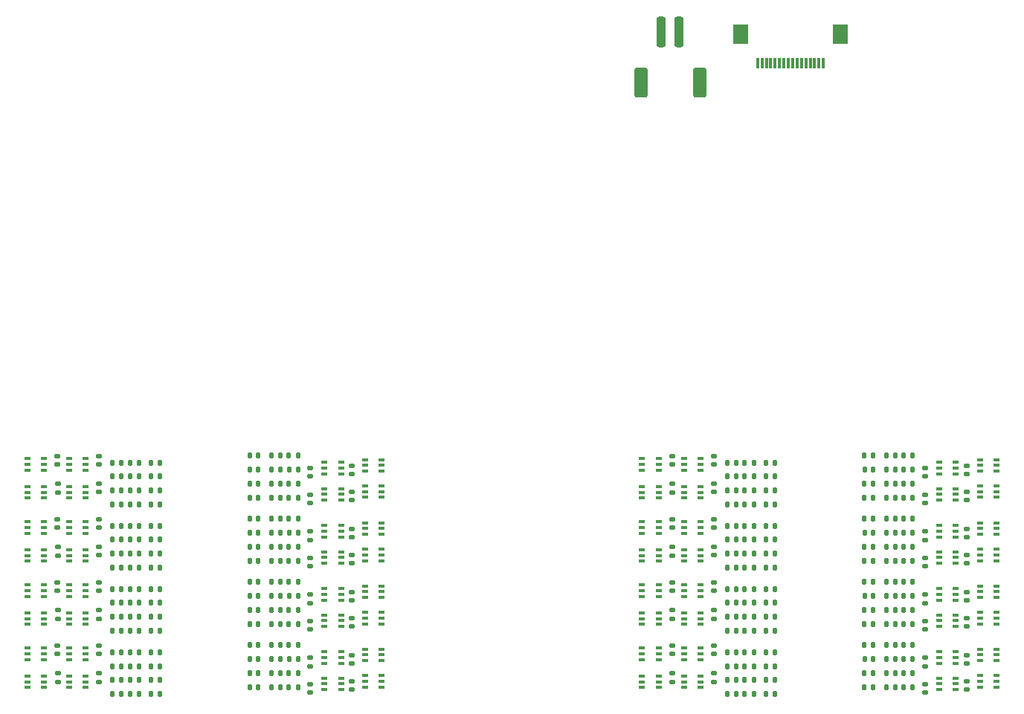
<source format=gbr>
%TF.GenerationSoftware,KiCad,Pcbnew,9.0.0*%
%TF.CreationDate,2025-03-21T15:34:49-04:00*%
%TF.ProjectId,ephys-test-board,65706879-732d-4746-9573-742d626f6172,C*%
%TF.SameCoordinates,Original*%
%TF.FileFunction,Paste,Bot*%
%TF.FilePolarity,Positive*%
%FSLAX46Y46*%
G04 Gerber Fmt 4.6, Leading zero omitted, Abs format (unit mm)*
G04 Created by KiCad (PCBNEW 9.0.0) date 2025-03-21 15:34:49*
%MOMM*%
%LPD*%
G01*
G04 APERTURE LIST*
G04 Aperture macros list*
%AMRoundRect*
0 Rectangle with rounded corners*
0 $1 Rounding radius*
0 $2 $3 $4 $5 $6 $7 $8 $9 X,Y pos of 4 corners*
0 Add a 4 corners polygon primitive as box body*
4,1,4,$2,$3,$4,$5,$6,$7,$8,$9,$2,$3,0*
0 Add four circle primitives for the rounded corners*
1,1,$1+$1,$2,$3*
1,1,$1+$1,$4,$5*
1,1,$1+$1,$6,$7*
1,1,$1+$1,$8,$9*
0 Add four rect primitives between the rounded corners*
20,1,$1+$1,$2,$3,$4,$5,0*
20,1,$1+$1,$4,$5,$6,$7,0*
20,1,$1+$1,$6,$7,$8,$9,0*
20,1,$1+$1,$8,$9,$2,$3,0*%
G04 Aperture macros list end*
%ADD10RoundRect,0.100000X0.225000X0.100000X-0.225000X0.100000X-0.225000X-0.100000X0.225000X-0.100000X0*%
%ADD11RoundRect,0.135000X-0.135000X-0.185000X0.135000X-0.185000X0.135000X0.185000X-0.135000X0.185000X0*%
%ADD12RoundRect,0.140000X-0.170000X0.140000X-0.170000X-0.140000X0.170000X-0.140000X0.170000X0.140000X0*%
%ADD13RoundRect,0.135000X0.135000X0.185000X-0.135000X0.185000X-0.135000X-0.185000X0.135000X-0.185000X0*%
%ADD14RoundRect,0.100000X-0.225000X-0.100000X0.225000X-0.100000X0.225000X0.100000X-0.225000X0.100000X0*%
%ADD15RoundRect,0.140000X0.140000X0.170000X-0.140000X0.170000X-0.140000X-0.170000X0.140000X-0.170000X0*%
%ADD16RoundRect,0.140000X-0.140000X-0.170000X0.140000X-0.170000X0.140000X0.170000X-0.140000X0.170000X0*%
%ADD17RoundRect,0.140000X0.170000X-0.140000X0.170000X0.140000X-0.170000X0.140000X-0.170000X-0.140000X0*%
%ADD18R,0.300000X1.300000*%
%ADD19R,1.800000X2.200000*%
%ADD20RoundRect,0.250000X0.250000X1.500000X-0.250000X1.500000X-0.250000X-1.500000X0.250000X-1.500000X0*%
%ADD21RoundRect,0.250001X0.499999X1.449999X-0.499999X1.449999X-0.499999X-1.449999X0.499999X-1.449999X0*%
G04 APERTURE END LIST*
D10*
%TO.C,U140*%
X250525000Y-139375000D03*
X250525000Y-140025000D03*
X250525000Y-140675000D03*
X248625000Y-140675000D03*
X248625000Y-140025000D03*
X248625000Y-139375000D03*
%TD*%
D11*
%TO.C,R63*%
X156490000Y-142600000D03*
X157510000Y-142600000D03*
%TD*%
%TO.C,R185*%
X226490000Y-141000000D03*
X227510000Y-141000000D03*
%TD*%
D12*
%TO.C,C251*%
X251725000Y-128345000D03*
X251725000Y-129305000D03*
%TD*%
D11*
%TO.C,R157*%
X224490000Y-126600000D03*
X225510000Y-126600000D03*
%TD*%
D13*
%TO.C,R74*%
X175610000Y-117000000D03*
X174590000Y-117000000D03*
%TD*%
%TO.C,R234*%
X245610000Y-131425000D03*
X244590000Y-131425000D03*
%TD*%
D14*
%TO.C,U28*%
X144800000Y-136250000D03*
X144800000Y-135600000D03*
X144800000Y-134950000D03*
X146700000Y-134950000D03*
X146700000Y-135600000D03*
X146700000Y-136250000D03*
%TD*%
D15*
%TO.C,C44*%
X159880000Y-129800000D03*
X158920000Y-129800000D03*
%TD*%
D13*
%TO.C,R232*%
X243610000Y-133000000D03*
X242590000Y-133000000D03*
%TD*%
D12*
%TO.C,C115*%
X181725000Y-128345000D03*
X181725000Y-129305000D03*
%TD*%
D10*
%TO.C,U129*%
X255175000Y-131875000D03*
X255175000Y-132525000D03*
X255175000Y-133175000D03*
X253275000Y-133175000D03*
X253275000Y-132525000D03*
X253275000Y-131875000D03*
%TD*%
D16*
%TO.C,C103*%
X170130000Y-125800000D03*
X171090000Y-125800000D03*
%TD*%
D13*
%TO.C,R112*%
X173610000Y-136200000D03*
X172590000Y-136200000D03*
%TD*%
%TO.C,R244*%
X245610000Y-136225000D03*
X244590000Y-136225000D03*
%TD*%
D17*
%TO.C,C165*%
X223000000Y-121180000D03*
X223000000Y-120220000D03*
%TD*%
D13*
%TO.C,R220*%
X245620000Y-125825000D03*
X244600000Y-125825000D03*
%TD*%
D15*
%TO.C,C25*%
X159880000Y-121000000D03*
X158920000Y-121000000D03*
%TD*%
D12*
%TO.C,C90*%
X181725000Y-118145000D03*
X181725000Y-119105000D03*
%TD*%
D18*
%TO.C,J4*%
X227950000Y-72250000D03*
X228450000Y-72250000D03*
X228950000Y-72250000D03*
X229450000Y-72250000D03*
X229950000Y-72250000D03*
X230450000Y-72250000D03*
X230950000Y-72250000D03*
X231450000Y-72250000D03*
X231950000Y-72250000D03*
X232450000Y-72250000D03*
X232950000Y-72250000D03*
X233450000Y-72250000D03*
X233950000Y-72250000D03*
X234450000Y-72250000D03*
X234950000Y-72250000D03*
X235450000Y-72250000D03*
D19*
X226050000Y-69000000D03*
X237350000Y-69000000D03*
%TD*%
D17*
%TO.C,C174*%
X223000000Y-125200000D03*
X223000000Y-124240000D03*
%TD*%
D14*
%TO.C,U22*%
X149550000Y-133050000D03*
X149550000Y-132400000D03*
X149550000Y-131750000D03*
X151450000Y-131750000D03*
X151450000Y-132400000D03*
X151450000Y-133050000D03*
%TD*%
D13*
%TO.C,R246*%
X243610000Y-138600000D03*
X242590000Y-138600000D03*
%TD*%
D15*
%TO.C,C204*%
X229880000Y-139400000D03*
X228920000Y-139400000D03*
%TD*%
%TO.C,C153*%
X229880000Y-117800000D03*
X228920000Y-117800000D03*
%TD*%
D13*
%TO.C,R104*%
X173610000Y-133000000D03*
X172590000Y-133000000D03*
%TD*%
D14*
%TO.C,U78*%
X214800000Y-118650000D03*
X214800000Y-118000000D03*
X214800000Y-117350000D03*
X216700000Y-117350000D03*
X216700000Y-118000000D03*
X216700000Y-118650000D03*
%TD*%
D11*
%TO.C,R43*%
X154490000Y-132200000D03*
X155510000Y-132200000D03*
%TD*%
%TO.C,R179*%
X224490000Y-135400000D03*
X225510000Y-135400000D03*
%TD*%
D15*
%TO.C,C27*%
X159880000Y-122600000D03*
X158920000Y-122600000D03*
%TD*%
D13*
%TO.C,R108*%
X175620000Y-133000000D03*
X174600000Y-133000000D03*
%TD*%
%TO.C,R200*%
X243610000Y-118600000D03*
X242590000Y-118600000D03*
%TD*%
D11*
%TO.C,R23*%
X156490000Y-125000000D03*
X157510000Y-125000000D03*
%TD*%
D13*
%TO.C,R242*%
X245610000Y-134625000D03*
X244590000Y-134625000D03*
%TD*%
%TO.C,R252*%
X245620000Y-140225000D03*
X244600000Y-140225000D03*
%TD*%
D17*
%TO.C,C157*%
X223000000Y-118000000D03*
X223000000Y-117040000D03*
%TD*%
D14*
%TO.C,U85*%
X219550000Y-125850000D03*
X219550000Y-125200000D03*
X219550000Y-124550000D03*
X221450000Y-124550000D03*
X221450000Y-125200000D03*
X221450000Y-125850000D03*
%TD*%
D15*
%TO.C,C19*%
X159880000Y-119400000D03*
X158920000Y-119400000D03*
%TD*%
%TO.C,C76*%
X159880000Y-142600000D03*
X158920000Y-142600000D03*
%TD*%
D11*
%TO.C,R137*%
X226490000Y-119400000D03*
X227510000Y-119400000D03*
%TD*%
D17*
%TO.C,C21*%
X153000000Y-118000000D03*
X153000000Y-117040000D03*
%TD*%
D16*
%TO.C,C230*%
X240120000Y-121800000D03*
X241080000Y-121800000D03*
%TD*%
D10*
%TO.C,U54*%
X180525000Y-127975000D03*
X180525000Y-128625000D03*
X180525000Y-129275000D03*
X178625000Y-129275000D03*
X178625000Y-128625000D03*
X178625000Y-127975000D03*
%TD*%
D17*
%TO.C,C82*%
X148263500Y-142800000D03*
X148263500Y-141840000D03*
%TD*%
D12*
%TO.C,C113*%
X177025000Y-128645000D03*
X177025000Y-129605000D03*
%TD*%
D13*
%TO.C,R98*%
X175610000Y-127400000D03*
X174590000Y-127400000D03*
%TD*%
%TO.C,R86*%
X173610000Y-124200000D03*
X172590000Y-124200000D03*
%TD*%
D15*
%TO.C,C161*%
X229880000Y-121000000D03*
X228920000Y-121000000D03*
%TD*%
D11*
%TO.C,R67*%
X154490000Y-142600000D03*
X155510000Y-142600000D03*
%TD*%
D10*
%TO.C,U39*%
X185175000Y-117475000D03*
X185175000Y-118125000D03*
X185175000Y-118775000D03*
X183275000Y-118775000D03*
X183275000Y-118125000D03*
X183275000Y-117475000D03*
%TD*%
D13*
%TO.C,R84*%
X175610000Y-121800000D03*
X174590000Y-121800000D03*
%TD*%
D11*
%TO.C,R189*%
X224490000Y-141000000D03*
X225510000Y-141000000D03*
%TD*%
D17*
%TO.C,C57*%
X148250000Y-132400000D03*
X148250000Y-131440000D03*
%TD*%
%TO.C,C29*%
X153000000Y-121180000D03*
X153000000Y-120220000D03*
%TD*%
D15*
%TO.C,C53*%
X159880000Y-133800000D03*
X158920000Y-133800000D03*
%TD*%
D11*
%TO.C,R139*%
X224490000Y-117800000D03*
X225510000Y-117800000D03*
%TD*%
D13*
%TO.C,R102*%
X173610000Y-131400000D03*
X172590000Y-131400000D03*
%TD*%
D12*
%TO.C,C249*%
X247025000Y-128645000D03*
X247025000Y-129605000D03*
%TD*%
D17*
%TO.C,C38*%
X153000000Y-125200000D03*
X153000000Y-124240000D03*
%TD*%
D13*
%TO.C,R124*%
X175620000Y-140200000D03*
X174600000Y-140200000D03*
%TD*%
%TO.C,R236*%
X245620000Y-133025000D03*
X244600000Y-133025000D03*
%TD*%
D12*
%TO.C,C243*%
X251725000Y-125345000D03*
X251725000Y-126305000D03*
%TD*%
D10*
%TO.C,U144*%
X250525000Y-142375000D03*
X250525000Y-143025000D03*
X250525000Y-143675000D03*
X248625000Y-143675000D03*
X248625000Y-143025000D03*
X248625000Y-142375000D03*
%TD*%
D12*
%TO.C,C122*%
X177025000Y-132845000D03*
X177025000Y-133805000D03*
%TD*%
%TO.C,C149*%
X181725000Y-142745000D03*
X181725000Y-143705000D03*
%TD*%
D16*
%TO.C,C279*%
X240120000Y-141800000D03*
X241080000Y-141800000D03*
%TD*%
D13*
%TO.C,R218*%
X245610000Y-124225000D03*
X244590000Y-124225000D03*
%TD*%
D14*
%TO.C,U10*%
X144800000Y-121850000D03*
X144800000Y-121200000D03*
X144800000Y-120550000D03*
X146700000Y-120550000D03*
X146700000Y-121200000D03*
X146700000Y-121850000D03*
%TD*%
D13*
%TO.C,R128*%
X173610000Y-143400000D03*
X172590000Y-143400000D03*
%TD*%
D11*
%TO.C,R45*%
X154490000Y-133800000D03*
X155510000Y-133800000D03*
%TD*%
D17*
%TO.C,C216*%
X223000000Y-142780000D03*
X223000000Y-141820000D03*
%TD*%
D12*
%TO.C,C277*%
X251725000Y-139745000D03*
X251725000Y-140705000D03*
%TD*%
D16*
%TO.C,C145*%
X170120000Y-143400000D03*
X171080000Y-143400000D03*
%TD*%
D15*
%TO.C,C36*%
X159880000Y-126600000D03*
X158920000Y-126600000D03*
%TD*%
D13*
%TO.C,R88*%
X173610000Y-125800000D03*
X172590000Y-125800000D03*
%TD*%
D17*
%TO.C,C72*%
X153000000Y-139600000D03*
X153000000Y-138640000D03*
%TD*%
D15*
%TO.C,C212*%
X229880000Y-142600000D03*
X228920000Y-142600000D03*
%TD*%
D13*
%TO.C,R116*%
X175610000Y-136200000D03*
X174590000Y-136200000D03*
%TD*%
%TO.C,R94*%
X173610000Y-127400000D03*
X172590000Y-127400000D03*
%TD*%
D15*
%TO.C,C155*%
X229880000Y-119400000D03*
X228920000Y-119400000D03*
%TD*%
D12*
%TO.C,C132*%
X181725000Y-135545000D03*
X181725000Y-136505000D03*
%TD*%
D15*
%TO.C,C189*%
X229880000Y-133800000D03*
X228920000Y-133800000D03*
%TD*%
D12*
%TO.C,C266*%
X247025000Y-135845000D03*
X247025000Y-136805000D03*
%TD*%
D10*
%TO.C,U117*%
X250525000Y-120775000D03*
X250525000Y-121425000D03*
X250525000Y-122075000D03*
X248625000Y-122075000D03*
X248625000Y-121425000D03*
X248625000Y-120775000D03*
%TD*%
D17*
%TO.C,C40*%
X148250000Y-125200000D03*
X148250000Y-124240000D03*
%TD*%
D11*
%TO.C,R155*%
X224490000Y-125000000D03*
X225510000Y-125000000D03*
%TD*%
D13*
%TO.C,R216*%
X243610000Y-125800000D03*
X242590000Y-125800000D03*
%TD*%
D10*
%TO.C,U52*%
X185175000Y-127675000D03*
X185175000Y-128325000D03*
X185175000Y-128975000D03*
X183275000Y-128975000D03*
X183275000Y-128325000D03*
X183275000Y-127675000D03*
%TD*%
D11*
%TO.C,R181*%
X224490000Y-137000000D03*
X225510000Y-137000000D03*
%TD*%
D10*
%TO.C,U133*%
X255175000Y-134875000D03*
X255175000Y-135525000D03*
X255175000Y-136175000D03*
X253275000Y-136175000D03*
X253275000Y-135525000D03*
X253275000Y-134875000D03*
%TD*%
D12*
%TO.C,C88*%
X177025000Y-118445000D03*
X177025000Y-119405000D03*
%TD*%
D14*
%TO.C,U76*%
X219550000Y-118650000D03*
X219550000Y-118000000D03*
X219550000Y-117350000D03*
X221450000Y-117350000D03*
X221450000Y-118000000D03*
X221450000Y-118650000D03*
%TD*%
D13*
%TO.C,R250*%
X245610000Y-138625000D03*
X244590000Y-138625000D03*
%TD*%
D10*
%TO.C,U113*%
X250525000Y-117775000D03*
X250525000Y-118425000D03*
X250525000Y-119075000D03*
X248625000Y-119075000D03*
X248625000Y-118425000D03*
X248625000Y-117775000D03*
%TD*%
D15*
%TO.C,C206*%
X229880000Y-141000000D03*
X228920000Y-141000000D03*
%TD*%
D14*
%TO.C,U89*%
X219550000Y-129050000D03*
X219550000Y-128400000D03*
X219550000Y-127750000D03*
X221450000Y-127750000D03*
X221450000Y-128400000D03*
X221450000Y-129050000D03*
%TD*%
%TO.C,U24*%
X144800000Y-133050000D03*
X144800000Y-132400000D03*
X144800000Y-131750000D03*
X146700000Y-131750000D03*
X146700000Y-132400000D03*
X146700000Y-133050000D03*
%TD*%
D13*
%TO.C,R92*%
X175620000Y-125800000D03*
X174600000Y-125800000D03*
%TD*%
D11*
%TO.C,R147*%
X224490000Y-121000000D03*
X225510000Y-121000000D03*
%TD*%
D14*
%TO.C,U80*%
X219550000Y-121850000D03*
X219550000Y-121200000D03*
X219550000Y-120550000D03*
X221450000Y-120550000D03*
X221450000Y-121200000D03*
X221450000Y-121850000D03*
%TD*%
D15*
%TO.C,C42*%
X159880000Y-128200000D03*
X158920000Y-128200000D03*
%TD*%
D10*
%TO.C,U72*%
X180525000Y-142375000D03*
X180525000Y-143025000D03*
X180525000Y-143675000D03*
X178625000Y-143675000D03*
X178625000Y-143025000D03*
X178625000Y-142375000D03*
%TD*%
%TO.C,U122*%
X250525000Y-124975000D03*
X250525000Y-125625000D03*
X250525000Y-126275000D03*
X248625000Y-126275000D03*
X248625000Y-125625000D03*
X248625000Y-124975000D03*
%TD*%
D12*
%TO.C,C141*%
X181725000Y-139745000D03*
X181725000Y-140705000D03*
%TD*%
D14*
%TO.C,U26*%
X149550000Y-136250000D03*
X149550000Y-135600000D03*
X149550000Y-134950000D03*
X151450000Y-134950000D03*
X151450000Y-135600000D03*
X151450000Y-136250000D03*
%TD*%
D13*
%TO.C,R222*%
X243610000Y-127400000D03*
X242590000Y-127400000D03*
%TD*%
%TO.C,R80*%
X173610000Y-121800000D03*
X172590000Y-121800000D03*
%TD*%
%TO.C,R238*%
X243610000Y-134600000D03*
X242590000Y-134600000D03*
%TD*%
D11*
%TO.C,R59*%
X154490000Y-139400000D03*
X155510000Y-139400000D03*
%TD*%
D16*
%TO.C,C247*%
X240120000Y-129000000D03*
X241080000Y-129000000D03*
%TD*%
D14*
%TO.C,U82*%
X214800000Y-121850000D03*
X214800000Y-121200000D03*
X214800000Y-120550000D03*
X216700000Y-120550000D03*
X216700000Y-121200000D03*
X216700000Y-121850000D03*
%TD*%
D15*
%TO.C,C178*%
X229880000Y-128200000D03*
X228920000Y-128200000D03*
%TD*%
D11*
%TO.C,R173*%
X224490000Y-133800000D03*
X225510000Y-133800000D03*
%TD*%
D16*
%TO.C,C222*%
X240130000Y-118600000D03*
X241090000Y-118600000D03*
%TD*%
%TO.C,C92*%
X170120000Y-120200000D03*
X171080000Y-120200000D03*
%TD*%
D14*
%TO.C,U35*%
X149550000Y-143450000D03*
X149550000Y-142800000D03*
X149550000Y-142150000D03*
X151450000Y-142150000D03*
X151450000Y-142800000D03*
X151450000Y-143450000D03*
%TD*%
D17*
%TO.C,C65*%
X148263500Y-135600000D03*
X148263500Y-134640000D03*
%TD*%
D11*
%TO.C,R21*%
X154490000Y-122600000D03*
X155510000Y-122600000D03*
%TD*%
D12*
%TO.C,C98*%
X181725000Y-121145000D03*
X181725000Y-122105000D03*
%TD*%
D17*
%TO.C,C74*%
X148250000Y-139600000D03*
X148250000Y-138640000D03*
%TD*%
D15*
%TO.C,C51*%
X159880000Y-132200000D03*
X158920000Y-132200000D03*
%TD*%
D11*
%TO.C,R175*%
X226490000Y-135400000D03*
X227510000Y-135400000D03*
%TD*%
D12*
%TO.C,C241*%
X247025000Y-125645000D03*
X247025000Y-126605000D03*
%TD*%
D17*
%TO.C,C191*%
X223000000Y-132400000D03*
X223000000Y-131440000D03*
%TD*%
D11*
%TO.C,R69*%
X154490000Y-144200000D03*
X155510000Y-144200000D03*
%TD*%
D10*
%TO.C,U138*%
X255175000Y-139075000D03*
X255175000Y-139725000D03*
X255175000Y-140375000D03*
X253275000Y-140375000D03*
X253275000Y-139725000D03*
X253275000Y-139075000D03*
%TD*%
D17*
%TO.C,C55*%
X153000000Y-132400000D03*
X153000000Y-131440000D03*
%TD*%
D13*
%TO.C,R228*%
X245610000Y-129025000D03*
X244590000Y-129025000D03*
%TD*%
D16*
%TO.C,C128*%
X170120000Y-136200000D03*
X171080000Y-136200000D03*
%TD*%
D17*
%TO.C,C210*%
X218250000Y-139600000D03*
X218250000Y-138640000D03*
%TD*%
D14*
%TO.C,U109*%
X214800000Y-143450000D03*
X214800000Y-142800000D03*
X214800000Y-142150000D03*
X216700000Y-142150000D03*
X216700000Y-142800000D03*
X216700000Y-143450000D03*
%TD*%
D13*
%TO.C,R198*%
X243610000Y-117000000D03*
X242590000Y-117000000D03*
%TD*%
D16*
%TO.C,C262*%
X240120000Y-134600000D03*
X241080000Y-134600000D03*
%TD*%
%TO.C,C273*%
X240130000Y-140200000D03*
X241090000Y-140200000D03*
%TD*%
D12*
%TO.C,C139*%
X177025000Y-140045000D03*
X177025000Y-141005000D03*
%TD*%
D13*
%TO.C,R76*%
X175620000Y-118600000D03*
X174600000Y-118600000D03*
%TD*%
D11*
%TO.C,R167*%
X226490000Y-132200000D03*
X227510000Y-132200000D03*
%TD*%
D10*
%TO.C,U70*%
X185175000Y-142075000D03*
X185175000Y-142725000D03*
X185175000Y-143375000D03*
X183275000Y-143375000D03*
X183275000Y-142725000D03*
X183275000Y-142075000D03*
%TD*%
D12*
%TO.C,C234*%
X251725000Y-121145000D03*
X251725000Y-122105000D03*
%TD*%
D17*
%TO.C,C208*%
X223000000Y-139600000D03*
X223000000Y-138640000D03*
%TD*%
D14*
%TO.C,U87*%
X214800000Y-125850000D03*
X214800000Y-125200000D03*
X214800000Y-124550000D03*
X216700000Y-124550000D03*
X216700000Y-125200000D03*
X216700000Y-125850000D03*
%TD*%
D10*
%TO.C,U120*%
X255175000Y-124675000D03*
X255175000Y-125325000D03*
X255175000Y-125975000D03*
X253275000Y-125975000D03*
X253275000Y-125325000D03*
X253275000Y-124675000D03*
%TD*%
D11*
%TO.C,R25*%
X156490000Y-126600000D03*
X157510000Y-126600000D03*
%TD*%
D15*
%TO.C,C197*%
X229880000Y-137000000D03*
X228920000Y-137000000D03*
%TD*%
D16*
%TO.C,C120*%
X170130000Y-133000000D03*
X171090000Y-133000000D03*
%TD*%
%TO.C,C271*%
X240120000Y-138600000D03*
X241080000Y-138600000D03*
%TD*%
D15*
%TO.C,C170*%
X229880000Y-125000000D03*
X228920000Y-125000000D03*
%TD*%
D14*
%TO.C,U98*%
X219550000Y-136250000D03*
X219550000Y-135600000D03*
X219550000Y-134950000D03*
X221450000Y-134950000D03*
X221450000Y-135600000D03*
X221450000Y-136250000D03*
%TD*%
%TO.C,U100*%
X214800000Y-136250000D03*
X214800000Y-135600000D03*
X214800000Y-134950000D03*
X216700000Y-134950000D03*
X216700000Y-135600000D03*
X216700000Y-136250000D03*
%TD*%
D10*
%TO.C,U41*%
X180525000Y-117775000D03*
X180525000Y-118425000D03*
X180525000Y-119075000D03*
X178625000Y-119075000D03*
X178625000Y-118425000D03*
X178625000Y-117775000D03*
%TD*%
D15*
%TO.C,C59*%
X159880000Y-135400000D03*
X158920000Y-135400000D03*
%TD*%
D11*
%TO.C,R57*%
X156490000Y-141000000D03*
X157510000Y-141000000D03*
%TD*%
%TO.C,R195*%
X224490000Y-142600000D03*
X225510000Y-142600000D03*
%TD*%
%TO.C,R145*%
X226490000Y-122600000D03*
X227510000Y-122600000D03*
%TD*%
D16*
%TO.C,C135*%
X170120000Y-138600000D03*
X171080000Y-138600000D03*
%TD*%
D17*
%TO.C,C193*%
X218250000Y-132400000D03*
X218250000Y-131440000D03*
%TD*%
D11*
%TO.C,R65*%
X156490000Y-144200000D03*
X157510000Y-144200000D03*
%TD*%
%TO.C,R39*%
X156490000Y-132200000D03*
X157510000Y-132200000D03*
%TD*%
%TO.C,R27*%
X154490000Y-125000000D03*
X155510000Y-125000000D03*
%TD*%
%TO.C,R197*%
X224490000Y-144200000D03*
X225510000Y-144200000D03*
%TD*%
D16*
%TO.C,C281*%
X240120000Y-143400000D03*
X241080000Y-143400000D03*
%TD*%
D14*
%TO.C,U33*%
X144800000Y-140250000D03*
X144800000Y-139600000D03*
X144800000Y-138950000D03*
X146700000Y-138950000D03*
X146700000Y-139600000D03*
X146700000Y-140250000D03*
%TD*%
D12*
%TO.C,C285*%
X251725000Y-142745000D03*
X251725000Y-143705000D03*
%TD*%
D14*
%TO.C,U6*%
X144800000Y-118650000D03*
X144800000Y-118000000D03*
X144800000Y-117350000D03*
X146700000Y-117350000D03*
X146700000Y-118000000D03*
X146700000Y-118650000D03*
%TD*%
D10*
%TO.C,U57*%
X185175000Y-131875000D03*
X185175000Y-132525000D03*
X185175000Y-133175000D03*
X183275000Y-133175000D03*
X183275000Y-132525000D03*
X183275000Y-131875000D03*
%TD*%
D13*
%TO.C,R260*%
X245610000Y-143425000D03*
X244590000Y-143425000D03*
%TD*%
%TO.C,R230*%
X243610000Y-131400000D03*
X242590000Y-131400000D03*
%TD*%
D17*
%TO.C,C182*%
X223000000Y-128380000D03*
X223000000Y-127420000D03*
%TD*%
D16*
%TO.C,C137*%
X170130000Y-140200000D03*
X171090000Y-140200000D03*
%TD*%
D12*
%TO.C,C268*%
X251725000Y-135545000D03*
X251725000Y-136505000D03*
%TD*%
D11*
%TO.C,R61*%
X154490000Y-141000000D03*
X155510000Y-141000000D03*
%TD*%
D12*
%TO.C,C275*%
X247025000Y-140045000D03*
X247025000Y-141005000D03*
%TD*%
D11*
%TO.C,R161*%
X226490000Y-129800000D03*
X227510000Y-129800000D03*
%TD*%
D12*
%TO.C,C258*%
X247025000Y-132845000D03*
X247025000Y-133805000D03*
%TD*%
D10*
%TO.C,U61*%
X185175000Y-134875000D03*
X185175000Y-135525000D03*
X185175000Y-136175000D03*
X183275000Y-136175000D03*
X183275000Y-135525000D03*
X183275000Y-134875000D03*
%TD*%
D11*
%TO.C,R15*%
X156490000Y-121000000D03*
X157510000Y-121000000D03*
%TD*%
D12*
%TO.C,C105*%
X177025000Y-125645000D03*
X177025000Y-126605000D03*
%TD*%
D15*
%TO.C,C214*%
X229880000Y-144200000D03*
X228920000Y-144200000D03*
%TD*%
D14*
%TO.C,U13*%
X149550000Y-125850000D03*
X149550000Y-125200000D03*
X149550000Y-124550000D03*
X151450000Y-124550000D03*
X151450000Y-125200000D03*
X151450000Y-125850000D03*
%TD*%
%TO.C,U8*%
X149550000Y-121850000D03*
X149550000Y-121200000D03*
X149550000Y-120550000D03*
X151450000Y-120550000D03*
X151450000Y-121200000D03*
X151450000Y-121850000D03*
%TD*%
D16*
%TO.C,C254*%
X240120000Y-131400000D03*
X241080000Y-131400000D03*
%TD*%
D14*
%TO.C,U31*%
X149550000Y-140250000D03*
X149550000Y-139600000D03*
X149550000Y-138950000D03*
X151450000Y-138950000D03*
X151450000Y-139600000D03*
X151450000Y-140250000D03*
%TD*%
D13*
%TO.C,R122*%
X175610000Y-138600000D03*
X174590000Y-138600000D03*
%TD*%
D14*
%TO.C,U4*%
X149550000Y-118650000D03*
X149550000Y-118000000D03*
X149550000Y-117350000D03*
X151450000Y-117350000D03*
X151450000Y-118000000D03*
X151450000Y-118650000D03*
%TD*%
D17*
%TO.C,C167*%
X218263500Y-121200000D03*
X218263500Y-120240000D03*
%TD*%
D13*
%TO.C,R120*%
X173610000Y-140200000D03*
X172590000Y-140200000D03*
%TD*%
D12*
%TO.C,C130*%
X177025000Y-135845000D03*
X177025000Y-136805000D03*
%TD*%
D11*
%TO.C,R153*%
X226490000Y-126600000D03*
X227510000Y-126600000D03*
%TD*%
D10*
%TO.C,U50*%
X180525000Y-124975000D03*
X180525000Y-125625000D03*
X180525000Y-126275000D03*
X178625000Y-126275000D03*
X178625000Y-125625000D03*
X178625000Y-124975000D03*
%TD*%
%TO.C,U43*%
X185175000Y-120475000D03*
X185175000Y-121125000D03*
X185175000Y-121775000D03*
X183275000Y-121775000D03*
X183275000Y-121125000D03*
X183275000Y-120475000D03*
%TD*%
D14*
%TO.C,U15*%
X144800000Y-125850000D03*
X144800000Y-125200000D03*
X144800000Y-124550000D03*
X146700000Y-124550000D03*
X146700000Y-125200000D03*
X146700000Y-125850000D03*
%TD*%
D11*
%TO.C,R53*%
X154490000Y-137000000D03*
X155510000Y-137000000D03*
%TD*%
D16*
%TO.C,C245*%
X240120000Y-127400000D03*
X241080000Y-127400000D03*
%TD*%
D11*
%TO.C,R11*%
X154490000Y-117800000D03*
X155510000Y-117800000D03*
%TD*%
D16*
%TO.C,C237*%
X240120000Y-124200000D03*
X241080000Y-124200000D03*
%TD*%
D13*
%TO.C,R70*%
X173610000Y-117000000D03*
X172590000Y-117000000D03*
%TD*%
%TO.C,R132*%
X175610000Y-143400000D03*
X174590000Y-143400000D03*
%TD*%
D16*
%TO.C,C126*%
X170120000Y-134600000D03*
X171080000Y-134600000D03*
%TD*%
D15*
%TO.C,C17*%
X159880000Y-117800000D03*
X158920000Y-117800000D03*
%TD*%
D13*
%TO.C,R82*%
X175610000Y-120200000D03*
X174590000Y-120200000D03*
%TD*%
D15*
%TO.C,C180*%
X229880000Y-129800000D03*
X228920000Y-129800000D03*
%TD*%
D11*
%TO.C,R9*%
X156490000Y-119400000D03*
X157510000Y-119400000D03*
%TD*%
%TO.C,R37*%
X154490000Y-129800000D03*
X155510000Y-129800000D03*
%TD*%
D10*
%TO.C,U111*%
X255175000Y-117475000D03*
X255175000Y-118125000D03*
X255175000Y-118775000D03*
X253275000Y-118775000D03*
X253275000Y-118125000D03*
X253275000Y-117475000D03*
%TD*%
D11*
%TO.C,R177*%
X226490000Y-137000000D03*
X227510000Y-137000000D03*
%TD*%
D13*
%TO.C,R248*%
X243610000Y-140200000D03*
X242590000Y-140200000D03*
%TD*%
D11*
%TO.C,R183*%
X226490000Y-139400000D03*
X227510000Y-139400000D03*
%TD*%
D10*
%TO.C,U68*%
X180525000Y-139375000D03*
X180525000Y-140025000D03*
X180525000Y-140675000D03*
X178625000Y-140675000D03*
X178625000Y-140025000D03*
X178625000Y-139375000D03*
%TD*%
D15*
%TO.C,C78*%
X159880000Y-144200000D03*
X158920000Y-144200000D03*
%TD*%
D14*
%TO.C,U96*%
X214800000Y-133050000D03*
X214800000Y-132400000D03*
X214800000Y-131750000D03*
X216700000Y-131750000D03*
X216700000Y-132400000D03*
X216700000Y-133050000D03*
%TD*%
D13*
%TO.C,R202*%
X245610000Y-117025000D03*
X244590000Y-117025000D03*
%TD*%
%TO.C,R78*%
X173610000Y-120200000D03*
X172590000Y-120200000D03*
%TD*%
D17*
%TO.C,C199*%
X223000000Y-135580000D03*
X223000000Y-134620000D03*
%TD*%
D13*
%TO.C,R106*%
X175610000Y-131400000D03*
X174590000Y-131400000D03*
%TD*%
D17*
%TO.C,C218*%
X218263500Y-142800000D03*
X218263500Y-141840000D03*
%TD*%
D15*
%TO.C,C163*%
X229880000Y-122600000D03*
X228920000Y-122600000D03*
%TD*%
D13*
%TO.C,R224*%
X243610000Y-129000000D03*
X242590000Y-129000000D03*
%TD*%
D11*
%TO.C,R7*%
X156490000Y-117800000D03*
X157510000Y-117800000D03*
%TD*%
D15*
%TO.C,C34*%
X159880000Y-125000000D03*
X158920000Y-125000000D03*
%TD*%
D13*
%TO.C,R130*%
X175610000Y-141800000D03*
X174590000Y-141800000D03*
%TD*%
D16*
%TO.C,C94*%
X170120000Y-121800000D03*
X171080000Y-121800000D03*
%TD*%
%TO.C,C109*%
X170120000Y-127400000D03*
X171080000Y-127400000D03*
%TD*%
D12*
%TO.C,C107*%
X181725000Y-125345000D03*
X181725000Y-126305000D03*
%TD*%
%TO.C,C96*%
X177025000Y-121445000D03*
X177025000Y-122405000D03*
%TD*%
D10*
%TO.C,U135*%
X250525000Y-135175000D03*
X250525000Y-135825000D03*
X250525000Y-136475000D03*
X248625000Y-136475000D03*
X248625000Y-135825000D03*
X248625000Y-135175000D03*
%TD*%
D11*
%TO.C,R159*%
X226490000Y-128200000D03*
X227510000Y-128200000D03*
%TD*%
%TO.C,R151*%
X226490000Y-125000000D03*
X227510000Y-125000000D03*
%TD*%
D17*
%TO.C,C184*%
X218263500Y-128400000D03*
X218263500Y-127440000D03*
%TD*%
D13*
%TO.C,R72*%
X173610000Y-118600000D03*
X172590000Y-118600000D03*
%TD*%
D12*
%TO.C,C147*%
X177025000Y-143045000D03*
X177025000Y-144005000D03*
%TD*%
D10*
%TO.C,U45*%
X180525000Y-120775000D03*
X180525000Y-121425000D03*
X180525000Y-122075000D03*
X178625000Y-122075000D03*
X178625000Y-121425000D03*
X178625000Y-120775000D03*
%TD*%
D11*
%TO.C,R143*%
X226490000Y-121000000D03*
X227510000Y-121000000D03*
%TD*%
D12*
%TO.C,C283*%
X247025000Y-143045000D03*
X247025000Y-144005000D03*
%TD*%
D10*
%TO.C,U142*%
X255175000Y-142075000D03*
X255175000Y-142725000D03*
X255175000Y-143375000D03*
X253275000Y-143375000D03*
X253275000Y-142725000D03*
X253275000Y-142075000D03*
%TD*%
D11*
%TO.C,R169*%
X226490000Y-133800000D03*
X227510000Y-133800000D03*
%TD*%
D13*
%TO.C,R126*%
X173610000Y-141800000D03*
X172590000Y-141800000D03*
%TD*%
D11*
%TO.C,R165*%
X224490000Y-129800000D03*
X225510000Y-129800000D03*
%TD*%
%TO.C,R35*%
X154490000Y-128200000D03*
X155510000Y-128200000D03*
%TD*%
D14*
%TO.C,U91*%
X214800000Y-129050000D03*
X214800000Y-128400000D03*
X214800000Y-127750000D03*
X216700000Y-127750000D03*
X216700000Y-128400000D03*
X216700000Y-129050000D03*
%TD*%
%TO.C,U19*%
X144800000Y-129050000D03*
X144800000Y-128400000D03*
X144800000Y-127750000D03*
X146700000Y-127750000D03*
X146700000Y-128400000D03*
X146700000Y-129050000D03*
%TD*%
D10*
%TO.C,U48*%
X185175000Y-124675000D03*
X185175000Y-125325000D03*
X185175000Y-125975000D03*
X183275000Y-125975000D03*
X183275000Y-125325000D03*
X183275000Y-124675000D03*
%TD*%
D13*
%TO.C,R206*%
X243610000Y-120200000D03*
X242590000Y-120200000D03*
%TD*%
D16*
%TO.C,C84*%
X170120000Y-117000000D03*
X171080000Y-117000000D03*
%TD*%
%TO.C,C101*%
X170120000Y-124200000D03*
X171080000Y-124200000D03*
%TD*%
%TO.C,C256*%
X240130000Y-133000000D03*
X241090000Y-133000000D03*
%TD*%
D17*
%TO.C,C23*%
X148250000Y-118000000D03*
X148250000Y-117040000D03*
%TD*%
D13*
%TO.C,R204*%
X245620000Y-118625000D03*
X244600000Y-118625000D03*
%TD*%
D11*
%TO.C,R193*%
X226490000Y-144200000D03*
X227510000Y-144200000D03*
%TD*%
D16*
%TO.C,C239*%
X240130000Y-125800000D03*
X241090000Y-125800000D03*
%TD*%
D13*
%TO.C,R256*%
X243610000Y-143400000D03*
X242590000Y-143400000D03*
%TD*%
D16*
%TO.C,C86*%
X170130000Y-118600000D03*
X171090000Y-118600000D03*
%TD*%
D12*
%TO.C,C124*%
X181725000Y-132545000D03*
X181725000Y-133505000D03*
%TD*%
D17*
%TO.C,C46*%
X153000000Y-128380000D03*
X153000000Y-127420000D03*
%TD*%
D11*
%TO.C,R141*%
X224490000Y-119400000D03*
X225510000Y-119400000D03*
%TD*%
D10*
%TO.C,U63*%
X180525000Y-135175000D03*
X180525000Y-135825000D03*
X180525000Y-136475000D03*
X178625000Y-136475000D03*
X178625000Y-135825000D03*
X178625000Y-135175000D03*
%TD*%
D13*
%TO.C,R100*%
X175610000Y-129000000D03*
X174590000Y-129000000D03*
%TD*%
D14*
%TO.C,U37*%
X144800000Y-143450000D03*
X144800000Y-142800000D03*
X144800000Y-142150000D03*
X146700000Y-142150000D03*
X146700000Y-142800000D03*
X146700000Y-143450000D03*
%TD*%
D11*
%TO.C,R49*%
X156490000Y-137000000D03*
X157510000Y-137000000D03*
%TD*%
D16*
%TO.C,C264*%
X240120000Y-136200000D03*
X241080000Y-136200000D03*
%TD*%
D11*
%TO.C,R17*%
X156490000Y-122600000D03*
X157510000Y-122600000D03*
%TD*%
D10*
%TO.C,U115*%
X255175000Y-120475000D03*
X255175000Y-121125000D03*
X255175000Y-121775000D03*
X253275000Y-121775000D03*
X253275000Y-121125000D03*
X253275000Y-120475000D03*
%TD*%
D13*
%TO.C,R212*%
X245610000Y-121825000D03*
X244590000Y-121825000D03*
%TD*%
D11*
%TO.C,R19*%
X154490000Y-121000000D03*
X155510000Y-121000000D03*
%TD*%
D13*
%TO.C,R90*%
X175610000Y-124200000D03*
X174590000Y-124200000D03*
%TD*%
D11*
%TO.C,R41*%
X156490000Y-133800000D03*
X157510000Y-133800000D03*
%TD*%
D17*
%TO.C,C159*%
X218250000Y-118000000D03*
X218250000Y-117040000D03*
%TD*%
D11*
%TO.C,R149*%
X224490000Y-122600000D03*
X225510000Y-122600000D03*
%TD*%
D14*
%TO.C,U105*%
X214800000Y-140250000D03*
X214800000Y-139600000D03*
X214800000Y-138950000D03*
X216700000Y-138950000D03*
X216700000Y-139600000D03*
X216700000Y-140250000D03*
%TD*%
D16*
%TO.C,C118*%
X170120000Y-131400000D03*
X171080000Y-131400000D03*
%TD*%
D17*
%TO.C,C31*%
X148263500Y-121200000D03*
X148263500Y-120240000D03*
%TD*%
D13*
%TO.C,R214*%
X243610000Y-124200000D03*
X242590000Y-124200000D03*
%TD*%
D11*
%TO.C,R187*%
X224490000Y-139400000D03*
X225510000Y-139400000D03*
%TD*%
D17*
%TO.C,C176*%
X218250000Y-125200000D03*
X218250000Y-124240000D03*
%TD*%
D10*
%TO.C,U126*%
X250525000Y-127975000D03*
X250525000Y-128625000D03*
X250525000Y-129275000D03*
X248625000Y-129275000D03*
X248625000Y-128625000D03*
X248625000Y-127975000D03*
%TD*%
D17*
%TO.C,C63*%
X153000000Y-135580000D03*
X153000000Y-134620000D03*
%TD*%
D15*
%TO.C,C187*%
X229880000Y-132200000D03*
X228920000Y-132200000D03*
%TD*%
D10*
%TO.C,U59*%
X180525000Y-132175000D03*
X180525000Y-132825000D03*
X180525000Y-133475000D03*
X178625000Y-133475000D03*
X178625000Y-132825000D03*
X178625000Y-132175000D03*
%TD*%
D15*
%TO.C,C61*%
X159880000Y-137000000D03*
X158920000Y-137000000D03*
%TD*%
D11*
%TO.C,R135*%
X226490000Y-117800000D03*
X227510000Y-117800000D03*
%TD*%
%TO.C,R33*%
X156490000Y-129800000D03*
X157510000Y-129800000D03*
%TD*%
%TO.C,R47*%
X156490000Y-135400000D03*
X157510000Y-135400000D03*
%TD*%
%TO.C,R163*%
X224490000Y-128200000D03*
X225510000Y-128200000D03*
%TD*%
D12*
%TO.C,C232*%
X247025000Y-121445000D03*
X247025000Y-122405000D03*
%TD*%
D11*
%TO.C,R29*%
X154490000Y-126600000D03*
X155510000Y-126600000D03*
%TD*%
D12*
%TO.C,C260*%
X251725000Y-132545000D03*
X251725000Y-133505000D03*
%TD*%
D15*
%TO.C,C195*%
X229880000Y-135400000D03*
X228920000Y-135400000D03*
%TD*%
D11*
%TO.C,R55*%
X156490000Y-139400000D03*
X157510000Y-139400000D03*
%TD*%
D14*
%TO.C,U107*%
X219550000Y-143450000D03*
X219550000Y-142800000D03*
X219550000Y-142150000D03*
X221450000Y-142150000D03*
X221450000Y-142800000D03*
X221450000Y-143450000D03*
%TD*%
D13*
%TO.C,R114*%
X175610000Y-134600000D03*
X174590000Y-134600000D03*
%TD*%
D16*
%TO.C,C228*%
X240120000Y-120200000D03*
X241080000Y-120200000D03*
%TD*%
D15*
%TO.C,C172*%
X229880000Y-126600000D03*
X228920000Y-126600000D03*
%TD*%
D11*
%TO.C,R51*%
X154490000Y-135400000D03*
X155510000Y-135400000D03*
%TD*%
D13*
%TO.C,R118*%
X173610000Y-138600000D03*
X172590000Y-138600000D03*
%TD*%
%TO.C,R96*%
X173610000Y-129000000D03*
X172590000Y-129000000D03*
%TD*%
%TO.C,R210*%
X245610000Y-120225000D03*
X244590000Y-120225000D03*
%TD*%
D15*
%TO.C,C70*%
X159880000Y-141000000D03*
X158920000Y-141000000D03*
%TD*%
D13*
%TO.C,R240*%
X243610000Y-136200000D03*
X242590000Y-136200000D03*
%TD*%
%TO.C,R208*%
X243610000Y-121800000D03*
X242590000Y-121800000D03*
%TD*%
D11*
%TO.C,R171*%
X224490000Y-132200000D03*
X225510000Y-132200000D03*
%TD*%
D16*
%TO.C,C143*%
X170120000Y-141800000D03*
X171080000Y-141800000D03*
%TD*%
D14*
%TO.C,U17*%
X149550000Y-129050000D03*
X149550000Y-128400000D03*
X149550000Y-127750000D03*
X151450000Y-127750000D03*
X151450000Y-128400000D03*
X151450000Y-129050000D03*
%TD*%
D11*
%TO.C,R13*%
X154490000Y-119400000D03*
X155510000Y-119400000D03*
%TD*%
D10*
%TO.C,U66*%
X185175000Y-139075000D03*
X185175000Y-139725000D03*
X185175000Y-140375000D03*
X183275000Y-140375000D03*
X183275000Y-139725000D03*
X183275000Y-139075000D03*
%TD*%
D17*
%TO.C,C80*%
X153000000Y-142780000D03*
X153000000Y-141820000D03*
%TD*%
D12*
%TO.C,C226*%
X251725000Y-118145000D03*
X251725000Y-119105000D03*
%TD*%
D16*
%TO.C,C220*%
X240120000Y-117000000D03*
X241080000Y-117000000D03*
%TD*%
D20*
%TO.C,J7*%
X219000000Y-68750000D03*
X217000000Y-68750000D03*
D21*
X221350000Y-74500000D03*
X214650000Y-74500000D03*
%TD*%
D16*
%TO.C,C111*%
X170120000Y-129000000D03*
X171080000Y-129000000D03*
%TD*%
D12*
%TO.C,C224*%
X247025000Y-118445000D03*
X247025000Y-119405000D03*
%TD*%
D17*
%TO.C,C201*%
X218263500Y-135600000D03*
X218263500Y-134640000D03*
%TD*%
D13*
%TO.C,R110*%
X173610000Y-134600000D03*
X172590000Y-134600000D03*
%TD*%
D10*
%TO.C,U131*%
X250525000Y-132175000D03*
X250525000Y-132825000D03*
X250525000Y-133475000D03*
X248625000Y-133475000D03*
X248625000Y-132825000D03*
X248625000Y-132175000D03*
%TD*%
D15*
%TO.C,C68*%
X159880000Y-139400000D03*
X158920000Y-139400000D03*
%TD*%
D11*
%TO.C,R191*%
X226490000Y-142600000D03*
X227510000Y-142600000D03*
%TD*%
D14*
%TO.C,U94*%
X219550000Y-133050000D03*
X219550000Y-132400000D03*
X219550000Y-131750000D03*
X221450000Y-131750000D03*
X221450000Y-132400000D03*
X221450000Y-133050000D03*
%TD*%
D10*
%TO.C,U124*%
X255175000Y-127675000D03*
X255175000Y-128325000D03*
X255175000Y-128975000D03*
X253275000Y-128975000D03*
X253275000Y-128325000D03*
X253275000Y-127675000D03*
%TD*%
D14*
%TO.C,U103*%
X219550000Y-140250000D03*
X219550000Y-139600000D03*
X219550000Y-138950000D03*
X221450000Y-138950000D03*
X221450000Y-139600000D03*
X221450000Y-140250000D03*
%TD*%
D13*
%TO.C,R258*%
X245610000Y-141825000D03*
X244590000Y-141825000D03*
%TD*%
D11*
%TO.C,R31*%
X156490000Y-128200000D03*
X157510000Y-128200000D03*
%TD*%
D17*
%TO.C,C48*%
X148263500Y-128400000D03*
X148263500Y-127440000D03*
%TD*%
D13*
%TO.C,R226*%
X245610000Y-127425000D03*
X244590000Y-127425000D03*
%TD*%
%TO.C,R254*%
X243610000Y-141800000D03*
X242590000Y-141800000D03*
%TD*%
M02*

</source>
